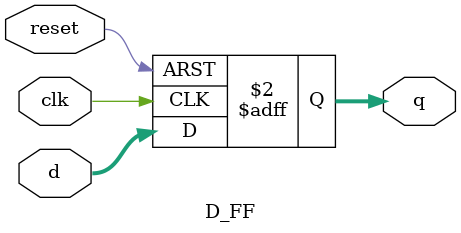
<source format=v>
`timescale 1ns / 1ps

module D_FF(clk, reset, d, q);
    input clk, reset;
    input [1:0] d;
    output reg [1:0] q;

    always @(posedge clk, posedge reset) begin  // 8Hz
        if (reset) begin
            q <= 0;
        end 
        else begin
            q <= d;
        end
    end

endmodule

</source>
